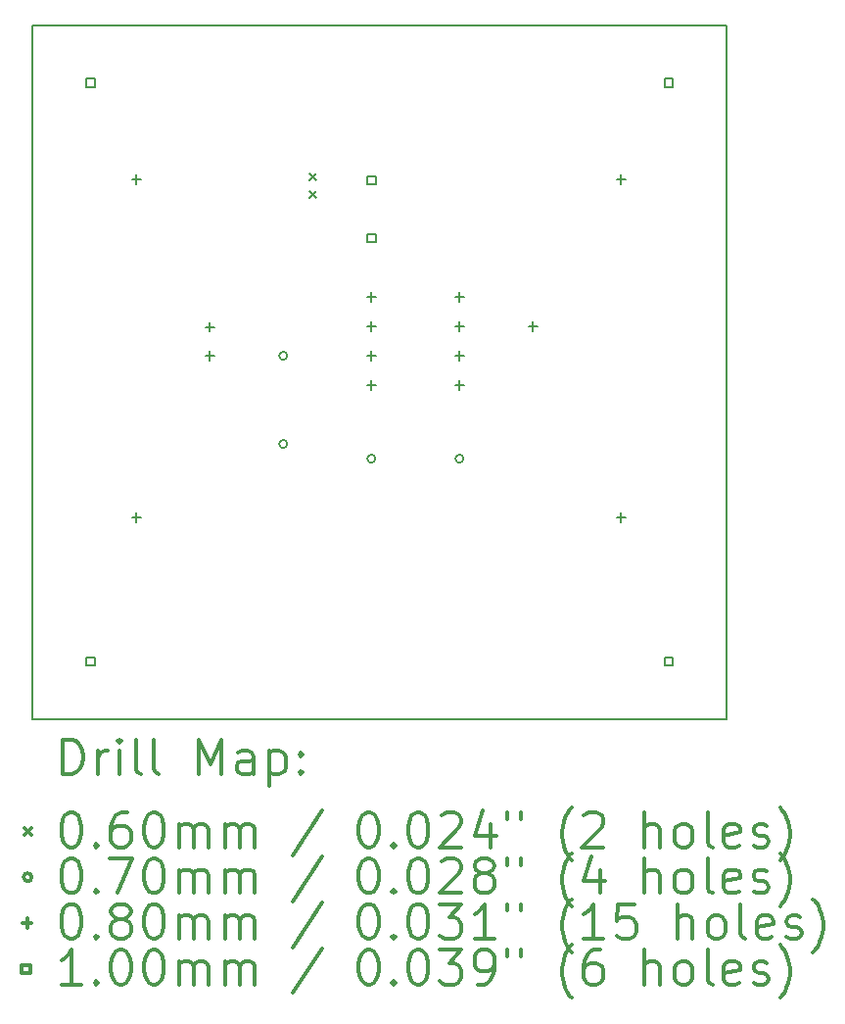
<source format=gbr>
%FSLAX45Y45*%
G04 Gerber Fmt 4.5, Leading zero omitted, Abs format (unit mm)*
G04 Created by KiCad (PCBNEW 4.0.7) date 02/11/18 19:05:57*
%MOMM*%
%LPD*%
G01*
G04 APERTURE LIST*
%ADD10C,0.127000*%
%ADD11C,0.150000*%
%ADD12C,0.200000*%
%ADD13C,0.300000*%
G04 APERTURE END LIST*
D10*
D11*
X12500000Y-14000000D02*
X12500000Y-8000000D01*
X18500000Y-14000000D02*
X12500000Y-14000000D01*
X18500000Y-8000000D02*
X18500000Y-14000000D01*
X12500000Y-8000000D02*
X18500000Y-8000000D01*
D12*
X14892000Y-9281000D02*
X14952000Y-9341000D01*
X14952000Y-9281000D02*
X14892000Y-9341000D01*
X14892000Y-9431000D02*
X14952000Y-9491000D01*
X14952000Y-9431000D02*
X14892000Y-9491000D01*
X14703000Y-10858000D02*
G75*
G03X14703000Y-10858000I-35000J0D01*
G01*
X14703000Y-11620000D02*
G75*
G03X14703000Y-11620000I-35000J0D01*
G01*
X15465000Y-11747000D02*
G75*
G03X15465000Y-11747000I-35000J0D01*
G01*
X16227000Y-11747000D02*
G75*
G03X16227000Y-11747000I-35000J0D01*
G01*
X13398000Y-9294000D02*
X13398000Y-9374000D01*
X13358000Y-9334000D02*
X13438000Y-9334000D01*
X13398000Y-12215000D02*
X13398000Y-12295000D01*
X13358000Y-12255000D02*
X13438000Y-12255000D01*
X14033000Y-10568000D02*
X14033000Y-10648000D01*
X13993000Y-10608000D02*
X14073000Y-10608000D01*
X14033000Y-10818000D02*
X14033000Y-10898000D01*
X13993000Y-10858000D02*
X14073000Y-10858000D01*
X15430000Y-10310000D02*
X15430000Y-10390000D01*
X15390000Y-10350000D02*
X15470000Y-10350000D01*
X15430000Y-10564000D02*
X15430000Y-10644000D01*
X15390000Y-10604000D02*
X15470000Y-10604000D01*
X15430000Y-10818000D02*
X15430000Y-10898000D01*
X15390000Y-10858000D02*
X15470000Y-10858000D01*
X15430000Y-11072000D02*
X15430000Y-11152000D01*
X15390000Y-11112000D02*
X15470000Y-11112000D01*
X16192000Y-10310000D02*
X16192000Y-10390000D01*
X16152000Y-10350000D02*
X16232000Y-10350000D01*
X16192000Y-10564000D02*
X16192000Y-10644000D01*
X16152000Y-10604000D02*
X16232000Y-10604000D01*
X16192000Y-10818000D02*
X16192000Y-10898000D01*
X16152000Y-10858000D02*
X16232000Y-10858000D01*
X16192000Y-11072000D02*
X16192000Y-11152000D01*
X16152000Y-11112000D02*
X16232000Y-11112000D01*
X16827000Y-10564000D02*
X16827000Y-10644000D01*
X16787000Y-10604000D02*
X16867000Y-10604000D01*
X17589000Y-9294000D02*
X17589000Y-9374000D01*
X17549000Y-9334000D02*
X17629000Y-9334000D01*
X17589000Y-12215000D02*
X17589000Y-12295000D01*
X17549000Y-12255000D02*
X17629000Y-12255000D01*
X13035356Y-8535356D02*
X13035356Y-8464644D01*
X12964644Y-8464644D01*
X12964644Y-8535356D01*
X13035356Y-8535356D01*
X13035356Y-13535356D02*
X13035356Y-13464644D01*
X12964644Y-13464644D01*
X12964644Y-13535356D01*
X13035356Y-13535356D01*
X15465356Y-9377356D02*
X15465356Y-9306644D01*
X15394644Y-9306644D01*
X15394644Y-9377356D01*
X15465356Y-9377356D01*
X15465356Y-9877356D02*
X15465356Y-9806644D01*
X15394644Y-9806644D01*
X15394644Y-9877356D01*
X15465356Y-9877356D01*
X18035356Y-8535356D02*
X18035356Y-8464644D01*
X17964644Y-8464644D01*
X17964644Y-8535356D01*
X18035356Y-8535356D01*
X18035356Y-13535356D02*
X18035356Y-13464644D01*
X17964644Y-13464644D01*
X17964644Y-13535356D01*
X18035356Y-13535356D01*
D13*
X12763928Y-14473214D02*
X12763928Y-14173214D01*
X12835357Y-14173214D01*
X12878214Y-14187500D01*
X12906786Y-14216071D01*
X12921071Y-14244643D01*
X12935357Y-14301786D01*
X12935357Y-14344643D01*
X12921071Y-14401786D01*
X12906786Y-14430357D01*
X12878214Y-14458929D01*
X12835357Y-14473214D01*
X12763928Y-14473214D01*
X13063928Y-14473214D02*
X13063928Y-14273214D01*
X13063928Y-14330357D02*
X13078214Y-14301786D01*
X13092500Y-14287500D01*
X13121071Y-14273214D01*
X13149643Y-14273214D01*
X13249643Y-14473214D02*
X13249643Y-14273214D01*
X13249643Y-14173214D02*
X13235357Y-14187500D01*
X13249643Y-14201786D01*
X13263928Y-14187500D01*
X13249643Y-14173214D01*
X13249643Y-14201786D01*
X13435357Y-14473214D02*
X13406786Y-14458929D01*
X13392500Y-14430357D01*
X13392500Y-14173214D01*
X13592500Y-14473214D02*
X13563928Y-14458929D01*
X13549643Y-14430357D01*
X13549643Y-14173214D01*
X13935357Y-14473214D02*
X13935357Y-14173214D01*
X14035357Y-14387500D01*
X14135357Y-14173214D01*
X14135357Y-14473214D01*
X14406786Y-14473214D02*
X14406786Y-14316071D01*
X14392500Y-14287500D01*
X14363928Y-14273214D01*
X14306786Y-14273214D01*
X14278214Y-14287500D01*
X14406786Y-14458929D02*
X14378214Y-14473214D01*
X14306786Y-14473214D01*
X14278214Y-14458929D01*
X14263928Y-14430357D01*
X14263928Y-14401786D01*
X14278214Y-14373214D01*
X14306786Y-14358929D01*
X14378214Y-14358929D01*
X14406786Y-14344643D01*
X14549643Y-14273214D02*
X14549643Y-14573214D01*
X14549643Y-14287500D02*
X14578214Y-14273214D01*
X14635357Y-14273214D01*
X14663928Y-14287500D01*
X14678214Y-14301786D01*
X14692500Y-14330357D01*
X14692500Y-14416071D01*
X14678214Y-14444643D01*
X14663928Y-14458929D01*
X14635357Y-14473214D01*
X14578214Y-14473214D01*
X14549643Y-14458929D01*
X14821071Y-14444643D02*
X14835357Y-14458929D01*
X14821071Y-14473214D01*
X14806786Y-14458929D01*
X14821071Y-14444643D01*
X14821071Y-14473214D01*
X14821071Y-14287500D02*
X14835357Y-14301786D01*
X14821071Y-14316071D01*
X14806786Y-14301786D01*
X14821071Y-14287500D01*
X14821071Y-14316071D01*
X12432500Y-14937500D02*
X12492500Y-14997500D01*
X12492500Y-14937500D02*
X12432500Y-14997500D01*
X12821071Y-14803214D02*
X12849643Y-14803214D01*
X12878214Y-14817500D01*
X12892500Y-14831786D01*
X12906786Y-14860357D01*
X12921071Y-14917500D01*
X12921071Y-14988929D01*
X12906786Y-15046071D01*
X12892500Y-15074643D01*
X12878214Y-15088929D01*
X12849643Y-15103214D01*
X12821071Y-15103214D01*
X12792500Y-15088929D01*
X12778214Y-15074643D01*
X12763928Y-15046071D01*
X12749643Y-14988929D01*
X12749643Y-14917500D01*
X12763928Y-14860357D01*
X12778214Y-14831786D01*
X12792500Y-14817500D01*
X12821071Y-14803214D01*
X13049643Y-15074643D02*
X13063928Y-15088929D01*
X13049643Y-15103214D01*
X13035357Y-15088929D01*
X13049643Y-15074643D01*
X13049643Y-15103214D01*
X13321071Y-14803214D02*
X13263928Y-14803214D01*
X13235357Y-14817500D01*
X13221071Y-14831786D01*
X13192500Y-14874643D01*
X13178214Y-14931786D01*
X13178214Y-15046071D01*
X13192500Y-15074643D01*
X13206786Y-15088929D01*
X13235357Y-15103214D01*
X13292500Y-15103214D01*
X13321071Y-15088929D01*
X13335357Y-15074643D01*
X13349643Y-15046071D01*
X13349643Y-14974643D01*
X13335357Y-14946071D01*
X13321071Y-14931786D01*
X13292500Y-14917500D01*
X13235357Y-14917500D01*
X13206786Y-14931786D01*
X13192500Y-14946071D01*
X13178214Y-14974643D01*
X13535357Y-14803214D02*
X13563928Y-14803214D01*
X13592500Y-14817500D01*
X13606786Y-14831786D01*
X13621071Y-14860357D01*
X13635357Y-14917500D01*
X13635357Y-14988929D01*
X13621071Y-15046071D01*
X13606786Y-15074643D01*
X13592500Y-15088929D01*
X13563928Y-15103214D01*
X13535357Y-15103214D01*
X13506786Y-15088929D01*
X13492500Y-15074643D01*
X13478214Y-15046071D01*
X13463928Y-14988929D01*
X13463928Y-14917500D01*
X13478214Y-14860357D01*
X13492500Y-14831786D01*
X13506786Y-14817500D01*
X13535357Y-14803214D01*
X13763928Y-15103214D02*
X13763928Y-14903214D01*
X13763928Y-14931786D02*
X13778214Y-14917500D01*
X13806786Y-14903214D01*
X13849643Y-14903214D01*
X13878214Y-14917500D01*
X13892500Y-14946071D01*
X13892500Y-15103214D01*
X13892500Y-14946071D02*
X13906786Y-14917500D01*
X13935357Y-14903214D01*
X13978214Y-14903214D01*
X14006786Y-14917500D01*
X14021071Y-14946071D01*
X14021071Y-15103214D01*
X14163928Y-15103214D02*
X14163928Y-14903214D01*
X14163928Y-14931786D02*
X14178214Y-14917500D01*
X14206786Y-14903214D01*
X14249643Y-14903214D01*
X14278214Y-14917500D01*
X14292500Y-14946071D01*
X14292500Y-15103214D01*
X14292500Y-14946071D02*
X14306786Y-14917500D01*
X14335357Y-14903214D01*
X14378214Y-14903214D01*
X14406786Y-14917500D01*
X14421071Y-14946071D01*
X14421071Y-15103214D01*
X15006786Y-14788929D02*
X14749643Y-15174643D01*
X15392500Y-14803214D02*
X15421071Y-14803214D01*
X15449643Y-14817500D01*
X15463928Y-14831786D01*
X15478214Y-14860357D01*
X15492500Y-14917500D01*
X15492500Y-14988929D01*
X15478214Y-15046071D01*
X15463928Y-15074643D01*
X15449643Y-15088929D01*
X15421071Y-15103214D01*
X15392500Y-15103214D01*
X15363928Y-15088929D01*
X15349643Y-15074643D01*
X15335357Y-15046071D01*
X15321071Y-14988929D01*
X15321071Y-14917500D01*
X15335357Y-14860357D01*
X15349643Y-14831786D01*
X15363928Y-14817500D01*
X15392500Y-14803214D01*
X15621071Y-15074643D02*
X15635357Y-15088929D01*
X15621071Y-15103214D01*
X15606786Y-15088929D01*
X15621071Y-15074643D01*
X15621071Y-15103214D01*
X15821071Y-14803214D02*
X15849643Y-14803214D01*
X15878214Y-14817500D01*
X15892500Y-14831786D01*
X15906785Y-14860357D01*
X15921071Y-14917500D01*
X15921071Y-14988929D01*
X15906785Y-15046071D01*
X15892500Y-15074643D01*
X15878214Y-15088929D01*
X15849643Y-15103214D01*
X15821071Y-15103214D01*
X15792500Y-15088929D01*
X15778214Y-15074643D01*
X15763928Y-15046071D01*
X15749643Y-14988929D01*
X15749643Y-14917500D01*
X15763928Y-14860357D01*
X15778214Y-14831786D01*
X15792500Y-14817500D01*
X15821071Y-14803214D01*
X16035357Y-14831786D02*
X16049643Y-14817500D01*
X16078214Y-14803214D01*
X16149643Y-14803214D01*
X16178214Y-14817500D01*
X16192500Y-14831786D01*
X16206785Y-14860357D01*
X16206785Y-14888929D01*
X16192500Y-14931786D01*
X16021071Y-15103214D01*
X16206785Y-15103214D01*
X16463928Y-14903214D02*
X16463928Y-15103214D01*
X16392500Y-14788929D02*
X16321071Y-15003214D01*
X16506785Y-15003214D01*
X16606786Y-14803214D02*
X16606786Y-14860357D01*
X16721071Y-14803214D02*
X16721071Y-14860357D01*
X17163928Y-15217500D02*
X17149643Y-15203214D01*
X17121071Y-15160357D01*
X17106786Y-15131786D01*
X17092500Y-15088929D01*
X17078214Y-15017500D01*
X17078214Y-14960357D01*
X17092500Y-14888929D01*
X17106786Y-14846071D01*
X17121071Y-14817500D01*
X17149643Y-14774643D01*
X17163928Y-14760357D01*
X17263928Y-14831786D02*
X17278214Y-14817500D01*
X17306786Y-14803214D01*
X17378214Y-14803214D01*
X17406786Y-14817500D01*
X17421071Y-14831786D01*
X17435357Y-14860357D01*
X17435357Y-14888929D01*
X17421071Y-14931786D01*
X17249643Y-15103214D01*
X17435357Y-15103214D01*
X17792500Y-15103214D02*
X17792500Y-14803214D01*
X17921071Y-15103214D02*
X17921071Y-14946071D01*
X17906786Y-14917500D01*
X17878214Y-14903214D01*
X17835357Y-14903214D01*
X17806786Y-14917500D01*
X17792500Y-14931786D01*
X18106786Y-15103214D02*
X18078214Y-15088929D01*
X18063928Y-15074643D01*
X18049643Y-15046071D01*
X18049643Y-14960357D01*
X18063928Y-14931786D01*
X18078214Y-14917500D01*
X18106786Y-14903214D01*
X18149643Y-14903214D01*
X18178214Y-14917500D01*
X18192500Y-14931786D01*
X18206786Y-14960357D01*
X18206786Y-15046071D01*
X18192500Y-15074643D01*
X18178214Y-15088929D01*
X18149643Y-15103214D01*
X18106786Y-15103214D01*
X18378214Y-15103214D02*
X18349643Y-15088929D01*
X18335357Y-15060357D01*
X18335357Y-14803214D01*
X18606786Y-15088929D02*
X18578214Y-15103214D01*
X18521071Y-15103214D01*
X18492500Y-15088929D01*
X18478214Y-15060357D01*
X18478214Y-14946071D01*
X18492500Y-14917500D01*
X18521071Y-14903214D01*
X18578214Y-14903214D01*
X18606786Y-14917500D01*
X18621071Y-14946071D01*
X18621071Y-14974643D01*
X18478214Y-15003214D01*
X18735357Y-15088929D02*
X18763929Y-15103214D01*
X18821071Y-15103214D01*
X18849643Y-15088929D01*
X18863929Y-15060357D01*
X18863929Y-15046071D01*
X18849643Y-15017500D01*
X18821071Y-15003214D01*
X18778214Y-15003214D01*
X18749643Y-14988929D01*
X18735357Y-14960357D01*
X18735357Y-14946071D01*
X18749643Y-14917500D01*
X18778214Y-14903214D01*
X18821071Y-14903214D01*
X18849643Y-14917500D01*
X18963928Y-15217500D02*
X18978214Y-15203214D01*
X19006786Y-15160357D01*
X19021071Y-15131786D01*
X19035357Y-15088929D01*
X19049643Y-15017500D01*
X19049643Y-14960357D01*
X19035357Y-14888929D01*
X19021071Y-14846071D01*
X19006786Y-14817500D01*
X18978214Y-14774643D01*
X18963928Y-14760357D01*
X12492500Y-15363500D02*
G75*
G03X12492500Y-15363500I-35000J0D01*
G01*
X12821071Y-15199214D02*
X12849643Y-15199214D01*
X12878214Y-15213500D01*
X12892500Y-15227786D01*
X12906786Y-15256357D01*
X12921071Y-15313500D01*
X12921071Y-15384929D01*
X12906786Y-15442071D01*
X12892500Y-15470643D01*
X12878214Y-15484929D01*
X12849643Y-15499214D01*
X12821071Y-15499214D01*
X12792500Y-15484929D01*
X12778214Y-15470643D01*
X12763928Y-15442071D01*
X12749643Y-15384929D01*
X12749643Y-15313500D01*
X12763928Y-15256357D01*
X12778214Y-15227786D01*
X12792500Y-15213500D01*
X12821071Y-15199214D01*
X13049643Y-15470643D02*
X13063928Y-15484929D01*
X13049643Y-15499214D01*
X13035357Y-15484929D01*
X13049643Y-15470643D01*
X13049643Y-15499214D01*
X13163928Y-15199214D02*
X13363928Y-15199214D01*
X13235357Y-15499214D01*
X13535357Y-15199214D02*
X13563928Y-15199214D01*
X13592500Y-15213500D01*
X13606786Y-15227786D01*
X13621071Y-15256357D01*
X13635357Y-15313500D01*
X13635357Y-15384929D01*
X13621071Y-15442071D01*
X13606786Y-15470643D01*
X13592500Y-15484929D01*
X13563928Y-15499214D01*
X13535357Y-15499214D01*
X13506786Y-15484929D01*
X13492500Y-15470643D01*
X13478214Y-15442071D01*
X13463928Y-15384929D01*
X13463928Y-15313500D01*
X13478214Y-15256357D01*
X13492500Y-15227786D01*
X13506786Y-15213500D01*
X13535357Y-15199214D01*
X13763928Y-15499214D02*
X13763928Y-15299214D01*
X13763928Y-15327786D02*
X13778214Y-15313500D01*
X13806786Y-15299214D01*
X13849643Y-15299214D01*
X13878214Y-15313500D01*
X13892500Y-15342071D01*
X13892500Y-15499214D01*
X13892500Y-15342071D02*
X13906786Y-15313500D01*
X13935357Y-15299214D01*
X13978214Y-15299214D01*
X14006786Y-15313500D01*
X14021071Y-15342071D01*
X14021071Y-15499214D01*
X14163928Y-15499214D02*
X14163928Y-15299214D01*
X14163928Y-15327786D02*
X14178214Y-15313500D01*
X14206786Y-15299214D01*
X14249643Y-15299214D01*
X14278214Y-15313500D01*
X14292500Y-15342071D01*
X14292500Y-15499214D01*
X14292500Y-15342071D02*
X14306786Y-15313500D01*
X14335357Y-15299214D01*
X14378214Y-15299214D01*
X14406786Y-15313500D01*
X14421071Y-15342071D01*
X14421071Y-15499214D01*
X15006786Y-15184929D02*
X14749643Y-15570643D01*
X15392500Y-15199214D02*
X15421071Y-15199214D01*
X15449643Y-15213500D01*
X15463928Y-15227786D01*
X15478214Y-15256357D01*
X15492500Y-15313500D01*
X15492500Y-15384929D01*
X15478214Y-15442071D01*
X15463928Y-15470643D01*
X15449643Y-15484929D01*
X15421071Y-15499214D01*
X15392500Y-15499214D01*
X15363928Y-15484929D01*
X15349643Y-15470643D01*
X15335357Y-15442071D01*
X15321071Y-15384929D01*
X15321071Y-15313500D01*
X15335357Y-15256357D01*
X15349643Y-15227786D01*
X15363928Y-15213500D01*
X15392500Y-15199214D01*
X15621071Y-15470643D02*
X15635357Y-15484929D01*
X15621071Y-15499214D01*
X15606786Y-15484929D01*
X15621071Y-15470643D01*
X15621071Y-15499214D01*
X15821071Y-15199214D02*
X15849643Y-15199214D01*
X15878214Y-15213500D01*
X15892500Y-15227786D01*
X15906785Y-15256357D01*
X15921071Y-15313500D01*
X15921071Y-15384929D01*
X15906785Y-15442071D01*
X15892500Y-15470643D01*
X15878214Y-15484929D01*
X15849643Y-15499214D01*
X15821071Y-15499214D01*
X15792500Y-15484929D01*
X15778214Y-15470643D01*
X15763928Y-15442071D01*
X15749643Y-15384929D01*
X15749643Y-15313500D01*
X15763928Y-15256357D01*
X15778214Y-15227786D01*
X15792500Y-15213500D01*
X15821071Y-15199214D01*
X16035357Y-15227786D02*
X16049643Y-15213500D01*
X16078214Y-15199214D01*
X16149643Y-15199214D01*
X16178214Y-15213500D01*
X16192500Y-15227786D01*
X16206785Y-15256357D01*
X16206785Y-15284929D01*
X16192500Y-15327786D01*
X16021071Y-15499214D01*
X16206785Y-15499214D01*
X16378214Y-15327786D02*
X16349643Y-15313500D01*
X16335357Y-15299214D01*
X16321071Y-15270643D01*
X16321071Y-15256357D01*
X16335357Y-15227786D01*
X16349643Y-15213500D01*
X16378214Y-15199214D01*
X16435357Y-15199214D01*
X16463928Y-15213500D01*
X16478214Y-15227786D01*
X16492500Y-15256357D01*
X16492500Y-15270643D01*
X16478214Y-15299214D01*
X16463928Y-15313500D01*
X16435357Y-15327786D01*
X16378214Y-15327786D01*
X16349643Y-15342071D01*
X16335357Y-15356357D01*
X16321071Y-15384929D01*
X16321071Y-15442071D01*
X16335357Y-15470643D01*
X16349643Y-15484929D01*
X16378214Y-15499214D01*
X16435357Y-15499214D01*
X16463928Y-15484929D01*
X16478214Y-15470643D01*
X16492500Y-15442071D01*
X16492500Y-15384929D01*
X16478214Y-15356357D01*
X16463928Y-15342071D01*
X16435357Y-15327786D01*
X16606786Y-15199214D02*
X16606786Y-15256357D01*
X16721071Y-15199214D02*
X16721071Y-15256357D01*
X17163928Y-15613500D02*
X17149643Y-15599214D01*
X17121071Y-15556357D01*
X17106786Y-15527786D01*
X17092500Y-15484929D01*
X17078214Y-15413500D01*
X17078214Y-15356357D01*
X17092500Y-15284929D01*
X17106786Y-15242071D01*
X17121071Y-15213500D01*
X17149643Y-15170643D01*
X17163928Y-15156357D01*
X17406786Y-15299214D02*
X17406786Y-15499214D01*
X17335357Y-15184929D02*
X17263928Y-15399214D01*
X17449643Y-15399214D01*
X17792500Y-15499214D02*
X17792500Y-15199214D01*
X17921071Y-15499214D02*
X17921071Y-15342071D01*
X17906786Y-15313500D01*
X17878214Y-15299214D01*
X17835357Y-15299214D01*
X17806786Y-15313500D01*
X17792500Y-15327786D01*
X18106786Y-15499214D02*
X18078214Y-15484929D01*
X18063928Y-15470643D01*
X18049643Y-15442071D01*
X18049643Y-15356357D01*
X18063928Y-15327786D01*
X18078214Y-15313500D01*
X18106786Y-15299214D01*
X18149643Y-15299214D01*
X18178214Y-15313500D01*
X18192500Y-15327786D01*
X18206786Y-15356357D01*
X18206786Y-15442071D01*
X18192500Y-15470643D01*
X18178214Y-15484929D01*
X18149643Y-15499214D01*
X18106786Y-15499214D01*
X18378214Y-15499214D02*
X18349643Y-15484929D01*
X18335357Y-15456357D01*
X18335357Y-15199214D01*
X18606786Y-15484929D02*
X18578214Y-15499214D01*
X18521071Y-15499214D01*
X18492500Y-15484929D01*
X18478214Y-15456357D01*
X18478214Y-15342071D01*
X18492500Y-15313500D01*
X18521071Y-15299214D01*
X18578214Y-15299214D01*
X18606786Y-15313500D01*
X18621071Y-15342071D01*
X18621071Y-15370643D01*
X18478214Y-15399214D01*
X18735357Y-15484929D02*
X18763929Y-15499214D01*
X18821071Y-15499214D01*
X18849643Y-15484929D01*
X18863929Y-15456357D01*
X18863929Y-15442071D01*
X18849643Y-15413500D01*
X18821071Y-15399214D01*
X18778214Y-15399214D01*
X18749643Y-15384929D01*
X18735357Y-15356357D01*
X18735357Y-15342071D01*
X18749643Y-15313500D01*
X18778214Y-15299214D01*
X18821071Y-15299214D01*
X18849643Y-15313500D01*
X18963928Y-15613500D02*
X18978214Y-15599214D01*
X19006786Y-15556357D01*
X19021071Y-15527786D01*
X19035357Y-15484929D01*
X19049643Y-15413500D01*
X19049643Y-15356357D01*
X19035357Y-15284929D01*
X19021071Y-15242071D01*
X19006786Y-15213500D01*
X18978214Y-15170643D01*
X18963928Y-15156357D01*
X12452500Y-15719500D02*
X12452500Y-15799500D01*
X12412500Y-15759500D02*
X12492500Y-15759500D01*
X12821071Y-15595214D02*
X12849643Y-15595214D01*
X12878214Y-15609500D01*
X12892500Y-15623786D01*
X12906786Y-15652357D01*
X12921071Y-15709500D01*
X12921071Y-15780929D01*
X12906786Y-15838071D01*
X12892500Y-15866643D01*
X12878214Y-15880929D01*
X12849643Y-15895214D01*
X12821071Y-15895214D01*
X12792500Y-15880929D01*
X12778214Y-15866643D01*
X12763928Y-15838071D01*
X12749643Y-15780929D01*
X12749643Y-15709500D01*
X12763928Y-15652357D01*
X12778214Y-15623786D01*
X12792500Y-15609500D01*
X12821071Y-15595214D01*
X13049643Y-15866643D02*
X13063928Y-15880929D01*
X13049643Y-15895214D01*
X13035357Y-15880929D01*
X13049643Y-15866643D01*
X13049643Y-15895214D01*
X13235357Y-15723786D02*
X13206786Y-15709500D01*
X13192500Y-15695214D01*
X13178214Y-15666643D01*
X13178214Y-15652357D01*
X13192500Y-15623786D01*
X13206786Y-15609500D01*
X13235357Y-15595214D01*
X13292500Y-15595214D01*
X13321071Y-15609500D01*
X13335357Y-15623786D01*
X13349643Y-15652357D01*
X13349643Y-15666643D01*
X13335357Y-15695214D01*
X13321071Y-15709500D01*
X13292500Y-15723786D01*
X13235357Y-15723786D01*
X13206786Y-15738071D01*
X13192500Y-15752357D01*
X13178214Y-15780929D01*
X13178214Y-15838071D01*
X13192500Y-15866643D01*
X13206786Y-15880929D01*
X13235357Y-15895214D01*
X13292500Y-15895214D01*
X13321071Y-15880929D01*
X13335357Y-15866643D01*
X13349643Y-15838071D01*
X13349643Y-15780929D01*
X13335357Y-15752357D01*
X13321071Y-15738071D01*
X13292500Y-15723786D01*
X13535357Y-15595214D02*
X13563928Y-15595214D01*
X13592500Y-15609500D01*
X13606786Y-15623786D01*
X13621071Y-15652357D01*
X13635357Y-15709500D01*
X13635357Y-15780929D01*
X13621071Y-15838071D01*
X13606786Y-15866643D01*
X13592500Y-15880929D01*
X13563928Y-15895214D01*
X13535357Y-15895214D01*
X13506786Y-15880929D01*
X13492500Y-15866643D01*
X13478214Y-15838071D01*
X13463928Y-15780929D01*
X13463928Y-15709500D01*
X13478214Y-15652357D01*
X13492500Y-15623786D01*
X13506786Y-15609500D01*
X13535357Y-15595214D01*
X13763928Y-15895214D02*
X13763928Y-15695214D01*
X13763928Y-15723786D02*
X13778214Y-15709500D01*
X13806786Y-15695214D01*
X13849643Y-15695214D01*
X13878214Y-15709500D01*
X13892500Y-15738071D01*
X13892500Y-15895214D01*
X13892500Y-15738071D02*
X13906786Y-15709500D01*
X13935357Y-15695214D01*
X13978214Y-15695214D01*
X14006786Y-15709500D01*
X14021071Y-15738071D01*
X14021071Y-15895214D01*
X14163928Y-15895214D02*
X14163928Y-15695214D01*
X14163928Y-15723786D02*
X14178214Y-15709500D01*
X14206786Y-15695214D01*
X14249643Y-15695214D01*
X14278214Y-15709500D01*
X14292500Y-15738071D01*
X14292500Y-15895214D01*
X14292500Y-15738071D02*
X14306786Y-15709500D01*
X14335357Y-15695214D01*
X14378214Y-15695214D01*
X14406786Y-15709500D01*
X14421071Y-15738071D01*
X14421071Y-15895214D01*
X15006786Y-15580929D02*
X14749643Y-15966643D01*
X15392500Y-15595214D02*
X15421071Y-15595214D01*
X15449643Y-15609500D01*
X15463928Y-15623786D01*
X15478214Y-15652357D01*
X15492500Y-15709500D01*
X15492500Y-15780929D01*
X15478214Y-15838071D01*
X15463928Y-15866643D01*
X15449643Y-15880929D01*
X15421071Y-15895214D01*
X15392500Y-15895214D01*
X15363928Y-15880929D01*
X15349643Y-15866643D01*
X15335357Y-15838071D01*
X15321071Y-15780929D01*
X15321071Y-15709500D01*
X15335357Y-15652357D01*
X15349643Y-15623786D01*
X15363928Y-15609500D01*
X15392500Y-15595214D01*
X15621071Y-15866643D02*
X15635357Y-15880929D01*
X15621071Y-15895214D01*
X15606786Y-15880929D01*
X15621071Y-15866643D01*
X15621071Y-15895214D01*
X15821071Y-15595214D02*
X15849643Y-15595214D01*
X15878214Y-15609500D01*
X15892500Y-15623786D01*
X15906785Y-15652357D01*
X15921071Y-15709500D01*
X15921071Y-15780929D01*
X15906785Y-15838071D01*
X15892500Y-15866643D01*
X15878214Y-15880929D01*
X15849643Y-15895214D01*
X15821071Y-15895214D01*
X15792500Y-15880929D01*
X15778214Y-15866643D01*
X15763928Y-15838071D01*
X15749643Y-15780929D01*
X15749643Y-15709500D01*
X15763928Y-15652357D01*
X15778214Y-15623786D01*
X15792500Y-15609500D01*
X15821071Y-15595214D01*
X16021071Y-15595214D02*
X16206785Y-15595214D01*
X16106785Y-15709500D01*
X16149643Y-15709500D01*
X16178214Y-15723786D01*
X16192500Y-15738071D01*
X16206785Y-15766643D01*
X16206785Y-15838071D01*
X16192500Y-15866643D01*
X16178214Y-15880929D01*
X16149643Y-15895214D01*
X16063928Y-15895214D01*
X16035357Y-15880929D01*
X16021071Y-15866643D01*
X16492500Y-15895214D02*
X16321071Y-15895214D01*
X16406785Y-15895214D02*
X16406785Y-15595214D01*
X16378214Y-15638071D01*
X16349643Y-15666643D01*
X16321071Y-15680929D01*
X16606786Y-15595214D02*
X16606786Y-15652357D01*
X16721071Y-15595214D02*
X16721071Y-15652357D01*
X17163928Y-16009500D02*
X17149643Y-15995214D01*
X17121071Y-15952357D01*
X17106786Y-15923786D01*
X17092500Y-15880929D01*
X17078214Y-15809500D01*
X17078214Y-15752357D01*
X17092500Y-15680929D01*
X17106786Y-15638071D01*
X17121071Y-15609500D01*
X17149643Y-15566643D01*
X17163928Y-15552357D01*
X17435357Y-15895214D02*
X17263928Y-15895214D01*
X17349643Y-15895214D02*
X17349643Y-15595214D01*
X17321071Y-15638071D01*
X17292500Y-15666643D01*
X17263928Y-15680929D01*
X17706786Y-15595214D02*
X17563928Y-15595214D01*
X17549643Y-15738071D01*
X17563928Y-15723786D01*
X17592500Y-15709500D01*
X17663928Y-15709500D01*
X17692500Y-15723786D01*
X17706786Y-15738071D01*
X17721071Y-15766643D01*
X17721071Y-15838071D01*
X17706786Y-15866643D01*
X17692500Y-15880929D01*
X17663928Y-15895214D01*
X17592500Y-15895214D01*
X17563928Y-15880929D01*
X17549643Y-15866643D01*
X18078214Y-15895214D02*
X18078214Y-15595214D01*
X18206786Y-15895214D02*
X18206786Y-15738071D01*
X18192500Y-15709500D01*
X18163928Y-15695214D01*
X18121071Y-15695214D01*
X18092500Y-15709500D01*
X18078214Y-15723786D01*
X18392500Y-15895214D02*
X18363928Y-15880929D01*
X18349643Y-15866643D01*
X18335357Y-15838071D01*
X18335357Y-15752357D01*
X18349643Y-15723786D01*
X18363928Y-15709500D01*
X18392500Y-15695214D01*
X18435357Y-15695214D01*
X18463928Y-15709500D01*
X18478214Y-15723786D01*
X18492500Y-15752357D01*
X18492500Y-15838071D01*
X18478214Y-15866643D01*
X18463928Y-15880929D01*
X18435357Y-15895214D01*
X18392500Y-15895214D01*
X18663928Y-15895214D02*
X18635357Y-15880929D01*
X18621071Y-15852357D01*
X18621071Y-15595214D01*
X18892500Y-15880929D02*
X18863929Y-15895214D01*
X18806786Y-15895214D01*
X18778214Y-15880929D01*
X18763929Y-15852357D01*
X18763929Y-15738071D01*
X18778214Y-15709500D01*
X18806786Y-15695214D01*
X18863929Y-15695214D01*
X18892500Y-15709500D01*
X18906786Y-15738071D01*
X18906786Y-15766643D01*
X18763929Y-15795214D01*
X19021071Y-15880929D02*
X19049643Y-15895214D01*
X19106786Y-15895214D01*
X19135357Y-15880929D01*
X19149643Y-15852357D01*
X19149643Y-15838071D01*
X19135357Y-15809500D01*
X19106786Y-15795214D01*
X19063929Y-15795214D01*
X19035357Y-15780929D01*
X19021071Y-15752357D01*
X19021071Y-15738071D01*
X19035357Y-15709500D01*
X19063929Y-15695214D01*
X19106786Y-15695214D01*
X19135357Y-15709500D01*
X19249643Y-16009500D02*
X19263929Y-15995214D01*
X19292500Y-15952357D01*
X19306786Y-15923786D01*
X19321071Y-15880929D01*
X19335357Y-15809500D01*
X19335357Y-15752357D01*
X19321071Y-15680929D01*
X19306786Y-15638071D01*
X19292500Y-15609500D01*
X19263929Y-15566643D01*
X19249643Y-15552357D01*
X12477856Y-16190856D02*
X12477856Y-16120144D01*
X12407144Y-16120144D01*
X12407144Y-16190856D01*
X12477856Y-16190856D01*
X12921071Y-16291214D02*
X12749643Y-16291214D01*
X12835357Y-16291214D02*
X12835357Y-15991214D01*
X12806786Y-16034071D01*
X12778214Y-16062643D01*
X12749643Y-16076929D01*
X13049643Y-16262643D02*
X13063928Y-16276929D01*
X13049643Y-16291214D01*
X13035357Y-16276929D01*
X13049643Y-16262643D01*
X13049643Y-16291214D01*
X13249643Y-15991214D02*
X13278214Y-15991214D01*
X13306786Y-16005500D01*
X13321071Y-16019786D01*
X13335357Y-16048357D01*
X13349643Y-16105500D01*
X13349643Y-16176929D01*
X13335357Y-16234071D01*
X13321071Y-16262643D01*
X13306786Y-16276929D01*
X13278214Y-16291214D01*
X13249643Y-16291214D01*
X13221071Y-16276929D01*
X13206786Y-16262643D01*
X13192500Y-16234071D01*
X13178214Y-16176929D01*
X13178214Y-16105500D01*
X13192500Y-16048357D01*
X13206786Y-16019786D01*
X13221071Y-16005500D01*
X13249643Y-15991214D01*
X13535357Y-15991214D02*
X13563928Y-15991214D01*
X13592500Y-16005500D01*
X13606786Y-16019786D01*
X13621071Y-16048357D01*
X13635357Y-16105500D01*
X13635357Y-16176929D01*
X13621071Y-16234071D01*
X13606786Y-16262643D01*
X13592500Y-16276929D01*
X13563928Y-16291214D01*
X13535357Y-16291214D01*
X13506786Y-16276929D01*
X13492500Y-16262643D01*
X13478214Y-16234071D01*
X13463928Y-16176929D01*
X13463928Y-16105500D01*
X13478214Y-16048357D01*
X13492500Y-16019786D01*
X13506786Y-16005500D01*
X13535357Y-15991214D01*
X13763928Y-16291214D02*
X13763928Y-16091214D01*
X13763928Y-16119786D02*
X13778214Y-16105500D01*
X13806786Y-16091214D01*
X13849643Y-16091214D01*
X13878214Y-16105500D01*
X13892500Y-16134071D01*
X13892500Y-16291214D01*
X13892500Y-16134071D02*
X13906786Y-16105500D01*
X13935357Y-16091214D01*
X13978214Y-16091214D01*
X14006786Y-16105500D01*
X14021071Y-16134071D01*
X14021071Y-16291214D01*
X14163928Y-16291214D02*
X14163928Y-16091214D01*
X14163928Y-16119786D02*
X14178214Y-16105500D01*
X14206786Y-16091214D01*
X14249643Y-16091214D01*
X14278214Y-16105500D01*
X14292500Y-16134071D01*
X14292500Y-16291214D01*
X14292500Y-16134071D02*
X14306786Y-16105500D01*
X14335357Y-16091214D01*
X14378214Y-16091214D01*
X14406786Y-16105500D01*
X14421071Y-16134071D01*
X14421071Y-16291214D01*
X15006786Y-15976929D02*
X14749643Y-16362643D01*
X15392500Y-15991214D02*
X15421071Y-15991214D01*
X15449643Y-16005500D01*
X15463928Y-16019786D01*
X15478214Y-16048357D01*
X15492500Y-16105500D01*
X15492500Y-16176929D01*
X15478214Y-16234071D01*
X15463928Y-16262643D01*
X15449643Y-16276929D01*
X15421071Y-16291214D01*
X15392500Y-16291214D01*
X15363928Y-16276929D01*
X15349643Y-16262643D01*
X15335357Y-16234071D01*
X15321071Y-16176929D01*
X15321071Y-16105500D01*
X15335357Y-16048357D01*
X15349643Y-16019786D01*
X15363928Y-16005500D01*
X15392500Y-15991214D01*
X15621071Y-16262643D02*
X15635357Y-16276929D01*
X15621071Y-16291214D01*
X15606786Y-16276929D01*
X15621071Y-16262643D01*
X15621071Y-16291214D01*
X15821071Y-15991214D02*
X15849643Y-15991214D01*
X15878214Y-16005500D01*
X15892500Y-16019786D01*
X15906785Y-16048357D01*
X15921071Y-16105500D01*
X15921071Y-16176929D01*
X15906785Y-16234071D01*
X15892500Y-16262643D01*
X15878214Y-16276929D01*
X15849643Y-16291214D01*
X15821071Y-16291214D01*
X15792500Y-16276929D01*
X15778214Y-16262643D01*
X15763928Y-16234071D01*
X15749643Y-16176929D01*
X15749643Y-16105500D01*
X15763928Y-16048357D01*
X15778214Y-16019786D01*
X15792500Y-16005500D01*
X15821071Y-15991214D01*
X16021071Y-15991214D02*
X16206785Y-15991214D01*
X16106785Y-16105500D01*
X16149643Y-16105500D01*
X16178214Y-16119786D01*
X16192500Y-16134071D01*
X16206785Y-16162643D01*
X16206785Y-16234071D01*
X16192500Y-16262643D01*
X16178214Y-16276929D01*
X16149643Y-16291214D01*
X16063928Y-16291214D01*
X16035357Y-16276929D01*
X16021071Y-16262643D01*
X16349643Y-16291214D02*
X16406785Y-16291214D01*
X16435357Y-16276929D01*
X16449643Y-16262643D01*
X16478214Y-16219786D01*
X16492500Y-16162643D01*
X16492500Y-16048357D01*
X16478214Y-16019786D01*
X16463928Y-16005500D01*
X16435357Y-15991214D01*
X16378214Y-15991214D01*
X16349643Y-16005500D01*
X16335357Y-16019786D01*
X16321071Y-16048357D01*
X16321071Y-16119786D01*
X16335357Y-16148357D01*
X16349643Y-16162643D01*
X16378214Y-16176929D01*
X16435357Y-16176929D01*
X16463928Y-16162643D01*
X16478214Y-16148357D01*
X16492500Y-16119786D01*
X16606786Y-15991214D02*
X16606786Y-16048357D01*
X16721071Y-15991214D02*
X16721071Y-16048357D01*
X17163928Y-16405500D02*
X17149643Y-16391214D01*
X17121071Y-16348357D01*
X17106786Y-16319786D01*
X17092500Y-16276929D01*
X17078214Y-16205500D01*
X17078214Y-16148357D01*
X17092500Y-16076929D01*
X17106786Y-16034071D01*
X17121071Y-16005500D01*
X17149643Y-15962643D01*
X17163928Y-15948357D01*
X17406786Y-15991214D02*
X17349643Y-15991214D01*
X17321071Y-16005500D01*
X17306786Y-16019786D01*
X17278214Y-16062643D01*
X17263928Y-16119786D01*
X17263928Y-16234071D01*
X17278214Y-16262643D01*
X17292500Y-16276929D01*
X17321071Y-16291214D01*
X17378214Y-16291214D01*
X17406786Y-16276929D01*
X17421071Y-16262643D01*
X17435357Y-16234071D01*
X17435357Y-16162643D01*
X17421071Y-16134071D01*
X17406786Y-16119786D01*
X17378214Y-16105500D01*
X17321071Y-16105500D01*
X17292500Y-16119786D01*
X17278214Y-16134071D01*
X17263928Y-16162643D01*
X17792500Y-16291214D02*
X17792500Y-15991214D01*
X17921071Y-16291214D02*
X17921071Y-16134071D01*
X17906786Y-16105500D01*
X17878214Y-16091214D01*
X17835357Y-16091214D01*
X17806786Y-16105500D01*
X17792500Y-16119786D01*
X18106786Y-16291214D02*
X18078214Y-16276929D01*
X18063928Y-16262643D01*
X18049643Y-16234071D01*
X18049643Y-16148357D01*
X18063928Y-16119786D01*
X18078214Y-16105500D01*
X18106786Y-16091214D01*
X18149643Y-16091214D01*
X18178214Y-16105500D01*
X18192500Y-16119786D01*
X18206786Y-16148357D01*
X18206786Y-16234071D01*
X18192500Y-16262643D01*
X18178214Y-16276929D01*
X18149643Y-16291214D01*
X18106786Y-16291214D01*
X18378214Y-16291214D02*
X18349643Y-16276929D01*
X18335357Y-16248357D01*
X18335357Y-15991214D01*
X18606786Y-16276929D02*
X18578214Y-16291214D01*
X18521071Y-16291214D01*
X18492500Y-16276929D01*
X18478214Y-16248357D01*
X18478214Y-16134071D01*
X18492500Y-16105500D01*
X18521071Y-16091214D01*
X18578214Y-16091214D01*
X18606786Y-16105500D01*
X18621071Y-16134071D01*
X18621071Y-16162643D01*
X18478214Y-16191214D01*
X18735357Y-16276929D02*
X18763929Y-16291214D01*
X18821071Y-16291214D01*
X18849643Y-16276929D01*
X18863929Y-16248357D01*
X18863929Y-16234071D01*
X18849643Y-16205500D01*
X18821071Y-16191214D01*
X18778214Y-16191214D01*
X18749643Y-16176929D01*
X18735357Y-16148357D01*
X18735357Y-16134071D01*
X18749643Y-16105500D01*
X18778214Y-16091214D01*
X18821071Y-16091214D01*
X18849643Y-16105500D01*
X18963928Y-16405500D02*
X18978214Y-16391214D01*
X19006786Y-16348357D01*
X19021071Y-16319786D01*
X19035357Y-16276929D01*
X19049643Y-16205500D01*
X19049643Y-16148357D01*
X19035357Y-16076929D01*
X19021071Y-16034071D01*
X19006786Y-16005500D01*
X18978214Y-15962643D01*
X18963928Y-15948357D01*
M02*

</source>
